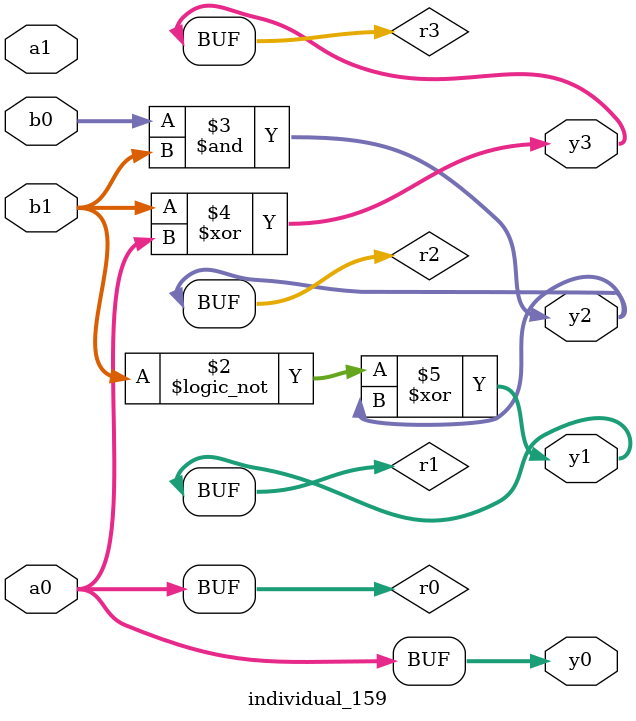
<source format=sv>
module individual_159(input logic [15:0] a1, input logic [15:0] a0, input logic [15:0] b1, input logic [15:0] b0, output logic [15:0] y3, output logic [15:0] y2, output logic [15:0] y1, output logic [15:0] y0);
logic [15:0] r0, r1, r2, r3; 
 always@(*) begin 
	 r0 = a0; r1 = a1; r2 = b0; r3 = b1; 
 	 r1 = ! r3 ;
 	 r2  &=  b1 ;
 	 r3  ^=  r0 ;
 	 r1  ^=  r2 ;
 	 y3 = r3; y2 = r2; y1 = r1; y0 = r0; 
end
endmodule
</source>
